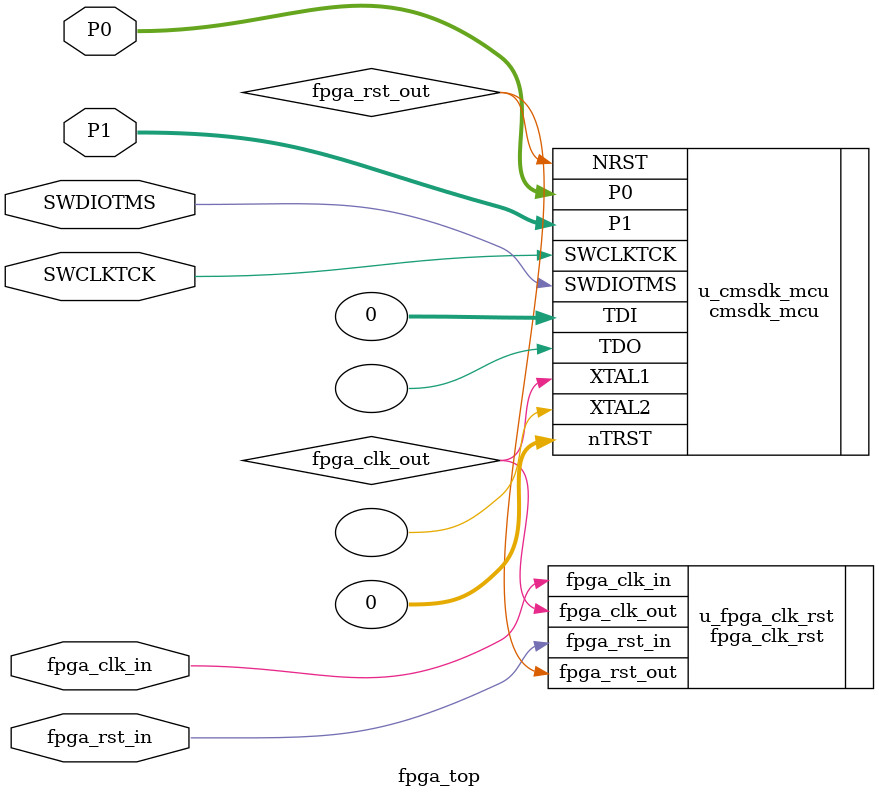
<source format=v>

module fpga_top (/*autoarg*/
   // Inouts
   SWDIOTMS,P0,P1,
   // Inputs
   fpga_rst_in, fpga_clk_in, SWCLKTCK
   );

/*autoinput*/
// Beginning of automatic inputs (from unused autoinst inputs)
input			SWCLKTCK;		// To u_cmsdk_mcu of cmsdk_mcu.v
input			fpga_clk_in;		// To u_fpga_clk_rst of fpga_clk_rst.v
input			fpga_rst_in;		// To u_fpga_clk_rst of fpga_clk_rst.v
// End of automatics

/*autooutput*/
// Beginning of automatic outputs (from unused autoinst outputs)

// End of automatics

/*autoinout*/
// Beginning of automatic inouts (from unused autoinst inouts)
inout			SWDIOTMS;		// To/From u_cmsdk_mcu of cmsdk_mcu.v
inout   [15:0]        P0;
inout   [15:0]        P1;
// End of automatics

/*autowire*/
// Beginning of automatic wires (for undeclared instantiated-module outputs)

// End of automatics


//--------------------------------------------------------------------------------------------
//  instance fpga_clk_rst
//--------------------------------------------------------------------------------------------
/*fpga_clk_rst auto_template "u_\([a-z]+[0-9]+\)" (
	.\(.*\)						(\1[]),
);*/
fpga_clk_rst  u_fpga_clk_rst (/*autoinst*/
			      // Outputs
			      .fpga_clk_out	(fpga_clk_out),	 // Templated
			      .fpga_rst_out	(fpga_rst_out),	 // Templated
			      // Inputs
			      .fpga_clk_in	(fpga_clk_in),	 // Templated
			      .fpga_rst_in	(fpga_rst_in));	 // Templated

//--------------------------------------------------------------------------------------------
//  instance cmsdk_mcu
//--------------------------------------------------------------------------------------------
/*cmsdk_mcu auto_template "u_\([a-z]+[0-9]+\)" (
	.XTAL1						(fpga_clk_out),
	.NRST						(fpga_rst_out),
	.\(.*\)						(\1[]),
);*/
cmsdk_mcu  u_cmsdk_mcu (/*autoinst*/
			// Outputs
			.XTAL2		(),		 // Templated
			.TDO		(),			 // Templated
			// Inouts
			.P0		(P0),		 // Templated
			.P1		(P1),		 // Templated
			.SWDIOTMS	(SWDIOTMS),		 // Templated
			// Inputs
			.XTAL1		(fpga_clk_out),		 // Templated
			.NRST		(fpga_rst_out),		 // Templated
			.nTRST		(0),		 // Templated
			.TDI		(0),			 // Templated
			.SWCLKTCK	(SWCLKTCK));		 // Templated

endmodule

// Local Variables:
// verilog-library-directories:("/fhome/icdata/hr_li/Music/M0_test/design/xilinx/xcku115" "/fhome/icdata/hr_li/Music/M0_test/design/verilog/mcu_top")
// verilog-auto-inst-param-value:t
// verilog-auto-output-ignore-regexp:"^.*_nc.*\|^.*pst.*"
// verilog-auto-input-ignore-regexp:"^.*nc.*\|^.*pst.*"
// End:


</source>
